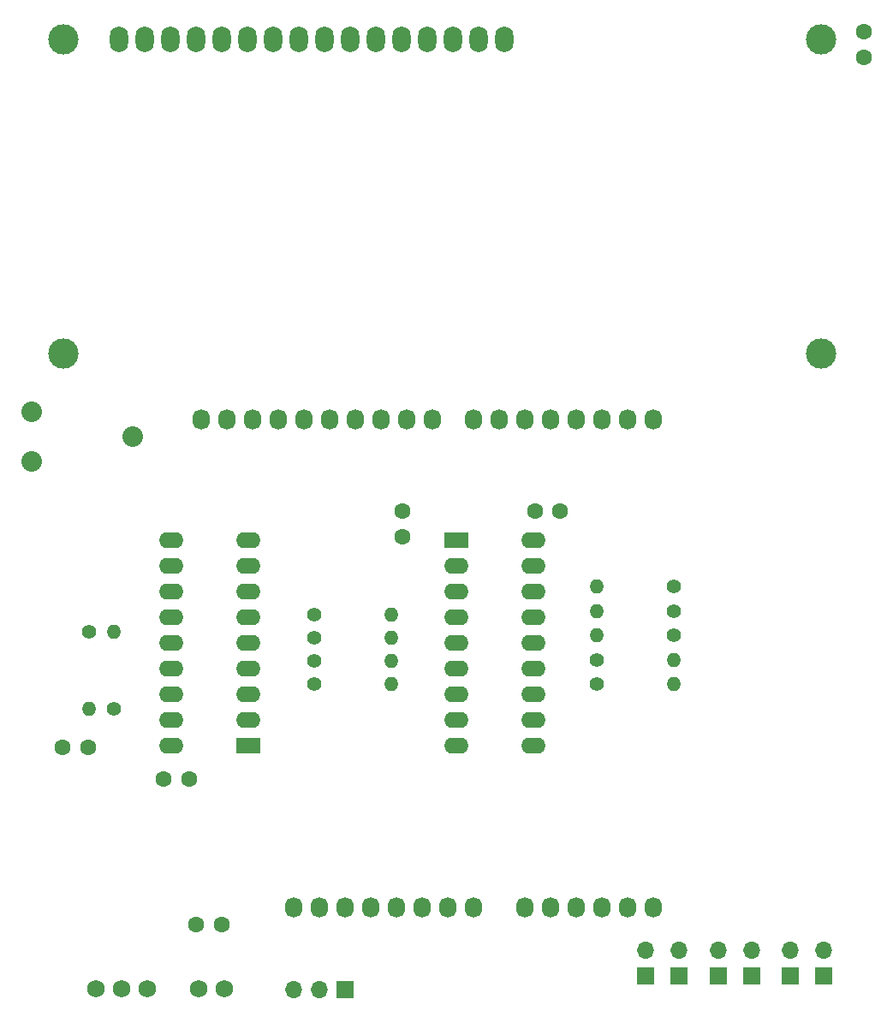
<source format=gbr>
G04 #@! TF.FileFunction,Soldermask,Bot*
%FSLAX46Y46*%
G04 Gerber Fmt 4.6, Leading zero omitted, Abs format (unit mm)*
G04 Created by KiCad (PCBNEW 4.0.5) date 05/03/17 08:17:14*
%MOMM*%
%LPD*%
G01*
G04 APERTURE LIST*
%ADD10C,0.100000*%
%ADD11O,1.800000X2.600000*%
%ADD12C,3.000000*%
%ADD13R,2.400000X1.600000*%
%ADD14O,2.400000X1.600000*%
%ADD15C,1.600000*%
%ADD16R,1.700000X1.700000*%
%ADD17O,1.700000X1.700000*%
%ADD18O,1.727200X2.032000*%
%ADD19C,2.032000*%
%ADD20C,1.752600*%
%ADD21C,1.400000*%
%ADD22O,1.400000X1.400000*%
G04 APERTURE END LIST*
D10*
D11*
X121666000Y-37973000D03*
X124206000Y-37973000D03*
X126746000Y-37973000D03*
X129286000Y-37973000D03*
X131826000Y-37973000D03*
X134366000Y-37973000D03*
X136906000Y-37973000D03*
X139446000Y-37973000D03*
X141986000Y-37973000D03*
X144526000Y-37973000D03*
X147066000Y-37973000D03*
X149606000Y-37973000D03*
X152146000Y-37973000D03*
X154686000Y-37973000D03*
X157226000Y-37973000D03*
X159766000Y-37973000D03*
D12*
X116166900Y-37973000D03*
X116166900Y-68973700D03*
X191165480Y-68973700D03*
X191165480Y-37973000D03*
D13*
X134493000Y-107823000D03*
D14*
X126873000Y-87503000D03*
X134493000Y-105283000D03*
X126873000Y-90043000D03*
X134493000Y-102743000D03*
X126873000Y-92583000D03*
X134493000Y-100203000D03*
X126873000Y-95123000D03*
X134493000Y-97663000D03*
X126873000Y-97663000D03*
X134493000Y-95123000D03*
X126873000Y-100203000D03*
X134493000Y-92583000D03*
X126873000Y-102743000D03*
X134493000Y-90043000D03*
X126873000Y-105283000D03*
X134493000Y-87503000D03*
X126873000Y-107823000D03*
D15*
X126111000Y-111125000D03*
X128611000Y-111125000D03*
X118618000Y-107950000D03*
X116118000Y-107950000D03*
X162814000Y-84582000D03*
X165314000Y-84582000D03*
X149733000Y-87122000D03*
X149733000Y-84622000D03*
X195326000Y-37211000D03*
X195326000Y-39711000D03*
X131826000Y-125476000D03*
X129326000Y-125476000D03*
D16*
X188087000Y-130556000D03*
D17*
X188087000Y-128016000D03*
D16*
X180975000Y-130556000D03*
D17*
X180975000Y-128016000D03*
D16*
X191389000Y-130556000D03*
D17*
X191389000Y-128016000D03*
D16*
X184277000Y-130556000D03*
D17*
X184277000Y-128016000D03*
D16*
X173736000Y-130556000D03*
D17*
X173736000Y-128016000D03*
D16*
X177038000Y-130556000D03*
D17*
X177038000Y-128016000D03*
D16*
X144018000Y-131953000D03*
D17*
X141478000Y-131953000D03*
X138938000Y-131953000D03*
D18*
X161798000Y-123825000D03*
X164338000Y-123825000D03*
X166878000Y-123825000D03*
X169418000Y-123825000D03*
X171958000Y-123825000D03*
X174498000Y-123825000D03*
X129794000Y-75565000D03*
X132334000Y-75565000D03*
X134874000Y-75565000D03*
X137414000Y-75565000D03*
X139954000Y-75565000D03*
X142494000Y-75565000D03*
X145034000Y-75565000D03*
X147574000Y-75565000D03*
X150114000Y-75565000D03*
X152654000Y-75565000D03*
X156718000Y-75565000D03*
X159258000Y-75565000D03*
X161798000Y-75565000D03*
X164338000Y-75565000D03*
X166878000Y-75565000D03*
X169418000Y-75565000D03*
X171958000Y-75565000D03*
X174498000Y-75565000D03*
D19*
X113055400Y-74726800D03*
X123063000Y-77216000D03*
X113055400Y-79705200D03*
D20*
X132080000Y-131826000D03*
X129540000Y-131826000D03*
X124460000Y-131826000D03*
X121920000Y-131826000D03*
X119380000Y-131826000D03*
D13*
X155067000Y-87503000D03*
D14*
X162687000Y-107823000D03*
X155067000Y-90043000D03*
X162687000Y-105283000D03*
X155067000Y-92583000D03*
X162687000Y-102743000D03*
X155067000Y-95123000D03*
X162687000Y-100203000D03*
X155067000Y-97663000D03*
X162687000Y-97663000D03*
X155067000Y-100203000D03*
X162687000Y-95123000D03*
X155067000Y-102743000D03*
X162687000Y-92583000D03*
X155067000Y-105283000D03*
X162687000Y-90043000D03*
X155067000Y-107823000D03*
X162687000Y-87503000D03*
D21*
X140970000Y-97155000D03*
D22*
X148590000Y-97155000D03*
D21*
X140970000Y-101727000D03*
D22*
X148590000Y-101727000D03*
D21*
X140970000Y-94869000D03*
D22*
X148590000Y-94869000D03*
D21*
X140970000Y-99441000D03*
D22*
X148590000Y-99441000D03*
D21*
X118745000Y-96520000D03*
D22*
X118745000Y-104140000D03*
D21*
X176530000Y-92075000D03*
D22*
X168910000Y-92075000D03*
D21*
X176530000Y-94488000D03*
D22*
X168910000Y-94488000D03*
D21*
X176530000Y-96901000D03*
D22*
X168910000Y-96901000D03*
D21*
X168910000Y-101727000D03*
D22*
X176530000Y-101727000D03*
D21*
X168910000Y-99314000D03*
D22*
X176530000Y-99314000D03*
D21*
X121158000Y-104140000D03*
D22*
X121158000Y-96520000D03*
D18*
X138938000Y-123825000D03*
X141478000Y-123825000D03*
X144018000Y-123825000D03*
X146558000Y-123825000D03*
X149098000Y-123825000D03*
X151638000Y-123825000D03*
X154178000Y-123825000D03*
X156718000Y-123825000D03*
M02*

</source>
